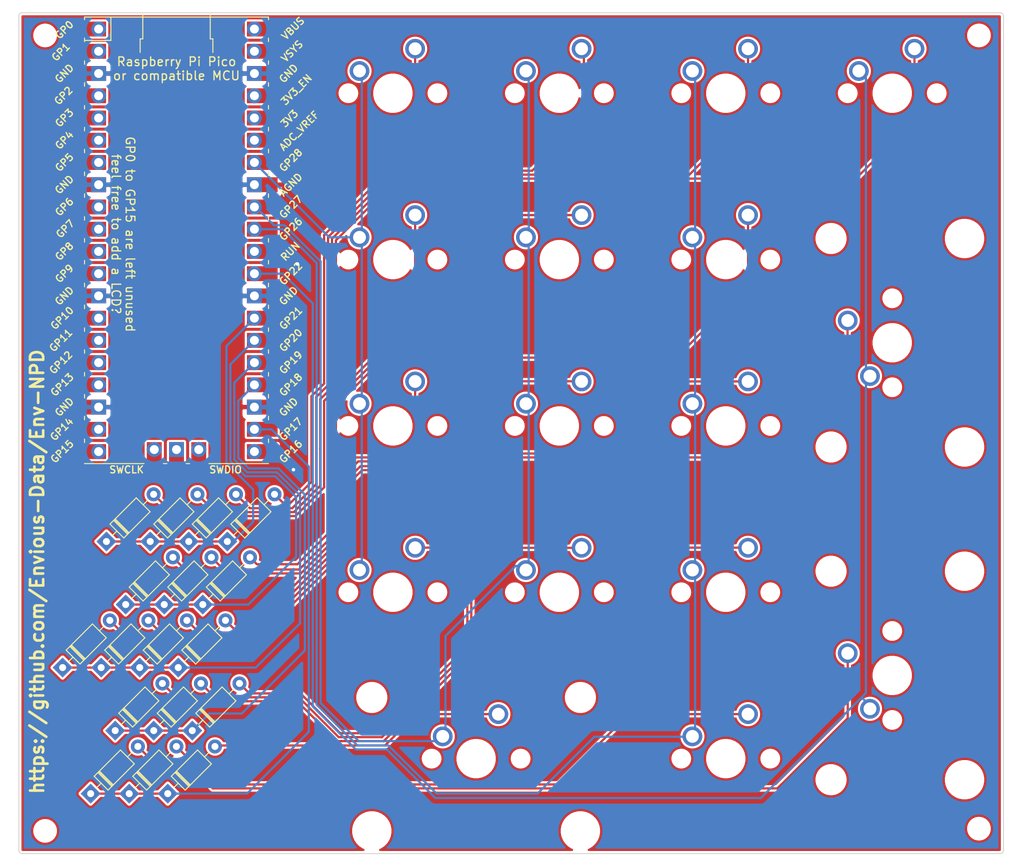
<source format=kicad_pcb>
(kicad_pcb (version 20171130) (host pcbnew "(5.1.10)-1")
  (layers (0 F.Cu signal) (31 B.Cu signal) (34 B.Paste user) (35 F.Paste user) (36 B.SilkS user) (37 F.SilkS user) (38 B.Mask user) (39 F.Mask user) (44 Edge.Cuts user))
  (net 0 "")
  (net 1 col0)
  (net 2 col1)
  (net 3 col2)
  (net 4 col3)
  (net 5 row0)
  (net 6 row1)
  (net 7 row2)
  (net 8 row3)
  (net 9 row4)
  (net 10 "Net-(D1-Pad2)")
  (net 11 "Net-(D2-Pad2)")
  (net 12 "Net-(D3-Pad2)")
  (net 13 "Net-(D4-Pad2)")
  (net 14 "Net-(D5-Pad2)")
  (net 15 "Net-(D6-Pad2)")
  (net 16 "Net-(D7-Pad2)")
  (net 17 "Net-(D8-Pad2)")
  (net 18 "Net-(D9-Pad2)")
  (net 19 "Net-(D10-Pad2)")
  (net 20 "Net-(D11-Pad2)")
  (net 21 "Net-(D12-Pad2)")
  (net 22 "Net-(D13-Pad2)")
  (net 23 "Net-(D14-Pad2)")
  (net 24 "Net-(D15-Pad2)")
  (net 25 "Net-(D16-Pad2)")
  (net 26 "Net-(D17-Pad2)")
  (net 27 "Net-(MCU1-Pad43)")
  (net 28 "Net-(MCU1-Pad42)")
  (net 29 "Net-(MCU1-Pad41)")
  (net 30 "Net-(MCU1-Pad21)")
  (net 31 "Net-(MCU1-Pad30)")
  (net 32 "Net-(MCU1-Pad35)")
  (net 33 "Net-(MCU1-Pad36)")
  (net 34 "Net-(MCU1-Pad37)")
  (net 35 "Net-(MCU1-Pad39)")
  (net 36 "Net-(MCU1-Pad40)")
  (net 37 "Net-(MCU1-Pad20)")
  (net 38 "Net-(MCU1-Pad19)")
  (net 39 "Net-(MCU1-Pad17)")
  (net 40 "Net-(MCU1-Pad16)")
  (net 41 "Net-(MCU1-Pad15)")
  (net 42 "Net-(MCU1-Pad14)")
  (net 43 "Net-(MCU1-Pad12)")
  (net 44 "Net-(MCU1-Pad11)")
  (net 45 "Net-(MCU1-Pad10)")
  (net 46 "Net-(MCU1-Pad9)")
  (net 47 "Net-(MCU1-Pad7)")
  (net 48 "Net-(MCU1-Pad6)")
  (net 49 "Net-(MCU1-Pad5)")
  (net 50 "Net-(MCU1-Pad4)")
  (net 51 "Net-(MCU1-Pad2)")
  (net 52 "Net-(MCU1-Pad1)")
  (net 53 GND)
  (module Diode_THT:D_DO-35_SOD27_P7.62mm_Horizontal (layer F.Cu) (at 77.8 119.2 45)
    (fp_text reference D4)
    (fp_text value D_Small)
    (pad 2 thru_hole oval (at 7.62 0 45) (size 1.6 1.6) (drill 0.8) (layers *.Cu *.Mask) (net 13 "Net-(D4-Pad2)"))
    (pad 1 thru_hole rect (at 0 0 45) (size 1.6 1.6) (drill 0.8) (layers *.Cu *.Mask) (net 5 row0))
  )
  (module Diode_THT:D_DO-35_SOD27_P7.62mm_Horizontal (layer F.Cu) (at 76 148 45)
    (fp_text reference D17)
    (fp_text value D_Small)
    (pad 2 thru_hole oval (at 7.62 0 45) (size 1.6 1.6) (drill 0.8) (layers *.Cu *.Mask) (net 26 "Net-(D17-Pad2)"))
    (pad 1 thru_hole rect (at 0 0 45) (size 1.6 1.6) (drill 0.8) (layers *.Cu *.Mask) (net 9 row4))
  )
  (module Diode_THT:D_DO-35_SOD27_P7.62mm_Horizontal (layer F.Cu) (at 80.4 148 45)
    (fp_text reference D16)
    (fp_text value D_Small)
    (pad 2 thru_hole oval (at 7.62 0 45) (size 1.6 1.6) (drill 0.8) (layers *.Cu *.Mask) (net 25 "Net-(D16-Pad2)"))
    (pad 1 thru_hole rect (at 0 0 45) (size 1.6 1.6) (drill 0.8) (layers *.Cu *.Mask) (net 9 row4))
  )
  (module Diode_THT:D_DO-35_SOD27_P7.62mm_Horizontal (layer F.Cu) (at 84.8 148 45)
    (fp_text reference D15)
    (fp_text value D_Small)
    (pad 2 thru_hole oval (at 7.62 0 45) (size 1.6 1.6) (drill 0.8) (layers *.Cu *.Mask) (net 24 "Net-(D15-Pad2)"))
    (pad 1 thru_hole rect (at 0 0 45) (size 1.6 1.6) (drill 0.8) (layers *.Cu *.Mask) (net 9 row4))
  )
  (module Diode_THT:D_DO-35_SOD27_P7.62mm_Horizontal (layer F.Cu) (at 78.8 140.8 45)
    (fp_text reference D14)
    (fp_text value D_Small)
    (pad 2 thru_hole oval (at 7.62 0 45) (size 1.6 1.6) (drill 0.8) (layers *.Cu *.Mask) (net 23 "Net-(D14-Pad2)"))
    (pad 1 thru_hole rect (at 0 0 45) (size 1.6 1.6) (drill 0.8) (layers *.Cu *.Mask) (net 8 row3))
  )
  (module Diode_THT:D_DO-35_SOD27_P7.62mm_Horizontal (layer F.Cu) (at 83.2 140.8 45)
    (fp_text reference D13)
    (fp_text value D_Small)
    (pad 2 thru_hole oval (at 7.62 0 45) (size 1.6 1.6) (drill 0.8) (layers *.Cu *.Mask) (net 22 "Net-(D13-Pad2)"))
    (pad 1 thru_hole rect (at 0 0 45) (size 1.6 1.6) (drill 0.8) (layers *.Cu *.Mask) (net 8 row3))
  )
  (module Diode_THT:D_DO-35_SOD27_P7.62mm_Horizontal (layer F.Cu) (at 87.6 140.8 45)
    (fp_text reference D12)
    (fp_text value D_Small)
    (pad 2 thru_hole oval (at 7.62 0 45) (size 1.6 1.6) (drill 0.8) (layers *.Cu *.Mask) (net 21 "Net-(D12-Pad2)"))
    (pad 1 thru_hole rect (at 0 0 45) (size 1.6 1.6) (drill 0.8) (layers *.Cu *.Mask) (net 8 row3))
  )
  (module Diode_THT:D_DO-35_SOD27_P7.62mm_Horizontal (layer F.Cu) (at 72.8 133.6 45)
    (fp_text reference D11)
    (fp_text value D_Small)
    (pad 2 thru_hole oval (at 7.62 0 45) (size 1.6 1.6) (drill 0.8) (layers *.Cu *.Mask) (net 20 "Net-(D11-Pad2)"))
    (pad 1 thru_hole rect (at 0 0 45) (size 1.6 1.6) (drill 0.8) (layers *.Cu *.Mask) (net 7 row2))
  )
  (module Diode_THT:D_DO-35_SOD27_P7.62mm_Horizontal (layer F.Cu) (at 77.2 133.6 45)
    (fp_text reference D10)
    (fp_text value D_Small)
    (pad 2 thru_hole oval (at 7.62 0 45) (size 1.6 1.6) (drill 0.8) (layers *.Cu *.Mask) (net 19 "Net-(D10-Pad2)"))
    (pad 1 thru_hole rect (at 0 0 45) (size 1.6 1.6) (drill 0.8) (layers *.Cu *.Mask) (net 7 row2))
  )
  (module Diode_THT:D_DO-35_SOD27_P7.62mm_Horizontal (layer F.Cu) (at 81.6 133.6 45)
    (fp_text reference D9)
    (fp_text value D_Small)
    (pad 2 thru_hole oval (at 7.62 0 45) (size 1.6 1.6) (drill 0.8) (layers *.Cu *.Mask) (net 18 "Net-(D9-Pad2)"))
    (pad 1 thru_hole rect (at 0 0 45) (size 1.6 1.6) (drill 0.8) (layers *.Cu *.Mask) (net 7 row2))
  )
  (module Diode_THT:D_DO-35_SOD27_P7.62mm_Horizontal (layer F.Cu) (at 86 133.6 45)
    (fp_text reference D8)
    (fp_text value D_Small)
    (pad 2 thru_hole oval (at 7.62 0 45) (size 1.6 1.6) (drill 0.8) (layers *.Cu *.Mask) (net 17 "Net-(D8-Pad2)"))
    (pad 1 thru_hole rect (at 0 0 45) (size 1.6 1.6) (drill 0.8) (layers *.Cu *.Mask) (net 7 row2))
  )
  (module Diode_THT:D_DO-35_SOD27_P7.62mm_Horizontal (layer F.Cu) (at 80 126.4 45)
    (fp_text reference D7)
    (fp_text value D_Small)
    (pad 2 thru_hole oval (at 7.62 0 45) (size 1.6 1.6) (drill 0.8) (layers *.Cu *.Mask) (net 16 "Net-(D7-Pad2)"))
    (pad 1 thru_hole rect (at 0 0 45) (size 1.6 1.6) (drill 0.8) (layers *.Cu *.Mask) (net 6 row1))
  )
  (module Diode_THT:D_DO-35_SOD27_P7.62mm_Horizontal (layer F.Cu) (at 84.4 126.4 45)
    (fp_text reference D6)
    (fp_text value D_Small)
    (pad 2 thru_hole oval (at 7.62 0 45) (size 1.6 1.6) (drill 0.8) (layers *.Cu *.Mask) (net 15 "Net-(D6-Pad2)"))
    (pad 1 thru_hole rect (at 0 0 45) (size 1.6 1.6) (drill 0.8) (layers *.Cu *.Mask) (net 6 row1))
  )
  (module Diode_THT:D_DO-35_SOD27_P7.62mm_Horizontal (layer F.Cu) (at 88.8 126.4 45)
    (fp_text reference D5)
    (fp_text value D_Small)
    (pad 2 thru_hole oval (at 7.62 0 45) (size 1.6 1.6) (drill 0.8) (layers *.Cu *.Mask) (net 14 "Net-(D5-Pad2)"))
    (pad 1 thru_hole rect (at 0 0 45) (size 1.6 1.6) (drill 0.8) (layers *.Cu *.Mask) (net 6 row1))
  )
  (module Diode_THT:D_DO-35_SOD27_P7.62mm_Horizontal (layer F.Cu) (at 82.8 119.2 45)
    (fp_text reference D3)
    (fp_text value D_Small)
    (pad 2 thru_hole oval (at 7.62 0 45) (size 1.6 1.6) (drill 0.8) (layers *.Cu *.Mask) (net 12 "Net-(D3-Pad2)"))
    (pad 1 thru_hole rect (at 0 0 45) (size 1.6 1.6) (drill 0.8) (layers *.Cu *.Mask) (net 5 row0))
  )
  (module Diode_THT:D_DO-35_SOD27_P7.62mm_Horizontal (layer F.Cu) (at 87.2 119.2 45)
    (fp_text reference D2)
    (fp_text value D_Small)
    (pad 2 thru_hole oval (at 7.62 0 45) (size 1.6 1.6) (drill 0.8) (layers *.Cu *.Mask) (net 11 "Net-(D2-Pad2)"))
    (pad 1 thru_hole rect (at 0 0 45) (size 1.6 1.6) (drill 0.8) (layers *.Cu *.Mask) (net 5 row0))
  )
  (module Diode_THT:D_DO-35_SOD27_P7.62mm_Horizontal (layer F.Cu) (at 91.6 119.2 45)
    (fp_text reference D1)
    (fp_text value D_Small)
    (pad 2 thru_hole oval (at 7.62 0 45) (size 1.6 1.6) (drill 0.8) (layers *.Cu *.Mask) (net 10 "Net-(D1-Pad2)"))
    (pad 1 thru_hole rect (at 0 0 45) (size 1.6 1.6) (drill 0.8) (layers *.Cu *.Mask) (net 5 row0))
  )
  (module Pico:RPi_Pico_SMD_TH (layer F.Cu) (at 85.8 84.8)
    (fp_text reference MCU1)
    (fp_text value Pico)
    (fp_text user GP1 (at -13.2 -21.5 45) (layer F.SilkS) (effects (font (size 0.8 0.8))))
    (fp_text user GP2 (at -12.9 -16.51 45) (layer F.SilkS) (effects (font (size 0.8 0.8))))
    (fp_text user GP0 (at -12.8 -24.03 45) (layer F.SilkS) (effects (font (size 0.8 0.8))))
    (fp_text user GP3 (at -12.8 -13.97 45) (layer F.SilkS) (effects (font (size 0.8 0.8))))
    (fp_text user GP4 (at -12.8 -11.43 45) (layer F.SilkS) (effects (font (size 0.8 0.8))))
    (fp_text user GP5 (at -12.8 -8.89 45) (layer F.SilkS) (effects (font (size 0.8 0.8))))
    (fp_text user GP6 (at -12.8 -3.81 45) (layer F.SilkS) (effects (font (size 0.8 0.8))))
    (fp_text user GP7 (at -12.7 -1.3 45) (layer F.SilkS) (effects (font (size 0.8 0.8))))
    (fp_text user GP8 (at -12.8 1.27 45) (layer F.SilkS) (effects (font (size 0.8 0.8))))
    (fp_text user GP9 (at -12.8 3.81 45) (layer F.SilkS) (effects (font (size 0.8 0.8))))
    (fp_text user GP10 (at -13.054 8.89 45) (layer F.SilkS) (effects (font (size 0.8 0.8))))
    (fp_text user GP11 (at -13.2 11.43 45) (layer F.SilkS) (effects (font (size 0.8 0.8))))
    (fp_text user GP12 (at -13.2 13.97 45) (layer F.SilkS) (effects (font (size 0.8 0.8))))
    (fp_text user GP13 (at -13.054 16.51 45) (layer F.SilkS) (effects (font (size 0.8 0.8))))
    (fp_text user GP14 (at -13.1 21.59 45) (layer F.SilkS) (effects (font (size 0.8 0.8))))
    (fp_text user GP15 (at -13.054 24.13 45) (layer F.SilkS) (effects (font (size 0.8 0.8))))
    (fp_text user GP16 (at 13.054 24.13 45) (layer F.SilkS) (effects (font (size 0.8 0.8))))
    (fp_text user GP17 (at 13.054 21.59 45) (layer F.SilkS) (effects (font (size 0.8 0.8))))
    (fp_text user GP18 (at 13.054 16.51 45) (layer F.SilkS) (effects (font (size 0.8 0.8))))
    (fp_text user GP19 (at 13.054 13.97 45) (layer F.SilkS) (effects (font (size 0.8 0.8))))
    (fp_text user GP20 (at 13.054 11.43 45) (layer F.SilkS) (effects (font (size 0.8 0.8))))
    (fp_text user GP21 (at 13.054 8.9 45) (layer F.SilkS) (effects (font (size 0.8 0.8))))
    (fp_text user GP22 (at 13.054 3.81 45) (layer F.SilkS) (effects (font (size 0.8 0.8))))
    (fp_text user RUN (at 13 1.27 45) (layer F.SilkS) (effects (font (size 0.8 0.8))))
    (fp_text user GP26 (at 13.054 -1.27 45) (layer F.SilkS) (effects (font (size 0.8 0.8))))
    (fp_text user GP27 (at 13.054 -3.8 45) (layer F.SilkS) (effects (font (size 0.8 0.8))))
    (fp_text user GP28 (at 13.054 -9.144 45) (layer F.SilkS) (effects (font (size 0.8 0.8))))
    (fp_text user ADC_VREF (at 14 -12.5 45) (layer F.SilkS) (effects (font (size 0.8 0.8))))
    (fp_text user 3V3 (at 12.9 -13.9 45) (layer F.SilkS) (effects (font (size 0.8 0.8))))
    (fp_text user 3V3_EN (at 13.7 -17.2 45) (layer F.SilkS) (effects (font (size 0.8 0.8))))
    (fp_text user VSYS (at 13.2 -21.59 45) (layer F.SilkS) (effects (font (size 0.8 0.8))))
    (fp_text user VBUS (at 13.3 -24.2 45) (layer F.SilkS) (effects (font (size 0.8 0.8))))
    (fp_text user GND (at -12.8 -19.05 45) (layer F.SilkS) (effects (font (size 0.8 0.8))))
    (fp_text user GND (at -12.8 -6.35 45) (layer F.SilkS) (effects (font (size 0.8 0.8))))
    (fp_text user GND (at -12.8 6.35 45) (layer F.SilkS) (effects (font (size 0.8 0.8))))
    (fp_text user GND (at -12.8 19.05 45) (layer F.SilkS) (effects (font (size 0.8 0.8))))
    (fp_text user GND (at 12.8 19.05 45) (layer F.SilkS) (effects (font (size 0.8 0.8))))
    (fp_text user GND (at 12.8 6.35 45) (layer F.SilkS) (effects (font (size 0.8 0.8))))
    (fp_text user GND (at 12.8 -19.05 45) (layer F.SilkS) (effects (font (size 0.8 0.8))))
    (fp_text user AGND (at 13.054 -6.35 45) (layer F.SilkS) (effects (font (size 0.8 0.8))))
    (fp_text user SWCLK (at -5.7 26.2) (layer F.SilkS) (effects (font (size 0.8 0.8))))
    (fp_text user SWDIO (at 5.6 26.2) (layer F.SilkS) (effects (font (size 0.8 0.8))))
    (pad 1 thru_hole oval (at -8.89 -24.13) (size 1.7 1.7) (drill 1.02) (layers *.Cu *.Mask) (net 52 "Net-(MCU1-Pad1)"))
    (pad 2 thru_hole oval (at -8.89 -21.59) (size 1.7 1.7) (drill 1.02) (layers *.Cu *.Mask) (net 51 "Net-(MCU1-Pad2)"))
    (pad 3 thru_hole rect (at -8.89 -19.05) (size 1.7 1.7) (drill 1.02) (layers *.Cu *.Mask) (net 53 GND))
    (pad 4 thru_hole oval (at -8.89 -16.51) (size 1.7 1.7) (drill 1.02) (layers *.Cu *.Mask) (net 50 "Net-(MCU1-Pad4)"))
    (pad 5 thru_hole oval (at -8.89 -13.97) (size 1.7 1.7) (drill 1.02) (layers *.Cu *.Mask) (net 49 "Net-(MCU1-Pad5)"))
    (pad 6 thru_hole oval (at -8.89 -11.43) (size 1.7 1.7) (drill 1.02) (layers *.Cu *.Mask) (net 48 "Net-(MCU1-Pad6)"))
    (pad 7 thru_hole oval (at -8.89 -8.89) (size 1.7 1.7) (drill 1.02) (layers *.Cu *.Mask) (net 47 "Net-(MCU1-Pad7)"))
    (pad 8 thru_hole rect (at -8.89 -6.35) (size 1.7 1.7) (drill 1.02) (layers *.Cu *.Mask) (net 53 GND))
    (pad 9 thru_hole oval (at -8.89 -3.81) (size 1.7 1.7) (drill 1.02) (layers *.Cu *.Mask) (net 46 "Net-(MCU1-Pad9)"))
    (pad 10 thru_hole oval (at -8.89 -1.27) (size 1.7 1.7) (drill 1.02) (layers *.Cu *.Mask) (net 45 "Net-(MCU1-Pad10)"))
    (pad 11 thru_hole oval (at -8.89 1.27) (size 1.7 1.7) (drill 1.02) (layers *.Cu *.Mask) (net 44 "Net-(MCU1-Pad11)"))
    (pad 12 thru_hole oval (at -8.89 3.81) (size 1.7 1.7) (drill 1.02) (layers *.Cu *.Mask) (net 43 "Net-(MCU1-Pad12)"))
    (pad 13 thru_hole rect (at -8.89 6.35) (size 1.7 1.7) (drill 1.02) (layers *.Cu *.Mask) (net 53 GND))
    (pad 14 thru_hole oval (at -8.89 8.89) (size 1.7 1.7) (drill 1.02) (layers *.Cu *.Mask) (net 42 "Net-(MCU1-Pad14)"))
    (pad 15 thru_hole oval (at -8.89 11.43) (size 1.7 1.7) (drill 1.02) (layers *.Cu *.Mask) (net 41 "Net-(MCU1-Pad15)"))
    (pad 16 thru_hole oval (at -8.89 13.97) (size 1.7 1.7) (drill 1.02) (layers *.Cu *.Mask) (net 40 "Net-(MCU1-Pad16)"))
    (pad 17 thru_hole oval (at -8.89 16.51) (size 1.7 1.7) (drill 1.02) (layers *.Cu *.Mask) (net 39 "Net-(MCU1-Pad17)"))
    (pad 18 thru_hole rect (at -8.89 19.05) (size 1.7 1.7) (drill 1.02) (layers *.Cu *.Mask) (net 53 GND))
    (pad 19 thru_hole oval (at -8.89 21.59) (size 1.7 1.7) (drill 1.02) (layers *.Cu *.Mask) (net 38 "Net-(MCU1-Pad19)"))
    (pad 20 thru_hole oval (at -8.89 24.13) (size 1.7 1.7) (drill 1.02) (layers *.Cu *.Mask) (net 37 "Net-(MCU1-Pad20)"))
    (pad 21 thru_hole oval (at 8.89 24.13) (size 1.7 1.7) (drill 1.02) (layers *.Cu *.Mask) (net 30 "Net-(MCU1-Pad21)"))
    (pad 22 thru_hole oval (at 8.89 21.59) (size 1.7 1.7) (drill 1.02) (layers *.Cu *.Mask) (net 9 row4))
    (pad 23 thru_hole rect (at 8.89 19.05) (size 1.7 1.7) (drill 1.02) (layers *.Cu *.Mask) (net 53 GND))
    (pad 24 thru_hole oval (at 8.89 16.51) (size 1.7 1.7) (drill 1.02) (layers *.Cu *.Mask) (net 8 row3))
    (pad 25 thru_hole oval (at 8.89 13.97) (size 1.7 1.7) (drill 1.02) (layers *.Cu *.Mask) (net 7 row2))
    (pad 26 thru_hole oval (at 8.89 11.43) (size 1.7 1.7) (drill 1.02) (layers *.Cu *.Mask) (net 6 row1))
    (pad 27 thru_hole oval (at 8.89 8.89) (size 1.7 1.7) (drill 1.02) (layers *.Cu *.Mask) (net 5 row0))
    (pad 28 thru_hole rect (at 8.89 6.35) (size 1.7 1.7) (drill 1.02) (layers *.Cu *.Mask) (net 53 GND))
    (pad 29 thru_hole oval (at 8.89 3.81) (size 1.7 1.7) (drill 1.02) (layers *.Cu *.Mask) (net 4 col3))
    (pad 30 thru_hole oval (at 8.89 1.27) (size 1.7 1.7) (drill 1.02) (layers *.Cu *.Mask) (net 31 "Net-(MCU1-Pad30)"))
    (pad 31 thru_hole oval (at 8.89 -1.27) (size 1.7 1.7) (drill 1.02) (layers *.Cu *.Mask) (net 3 col2))
    (pad 32 thru_hole oval (at 8.89 -3.81) (size 1.7 1.7) (drill 1.02) (layers *.Cu *.Mask) (net 2 col1))
    (pad 33 thru_hole rect (at 8.89 -6.35) (size 1.7 1.7) (drill 1.02) (layers *.Cu *.Mask) (net 53 GND))
    (pad 34 thru_hole oval (at 8.89 -8.89) (size 1.7 1.7) (drill 1.02) (layers *.Cu *.Mask) (net 1 col0))
    (pad 35 thru_hole oval (at 8.89 -11.43) (size 1.7 1.7) (drill 1.02) (layers *.Cu *.Mask) (net 32 "Net-(MCU1-Pad35)"))
    (pad 36 thru_hole oval (at 8.89 -13.97) (size 1.7 1.7) (drill 1.02) (layers *.Cu *.Mask) (net 33 "Net-(MCU1-Pad36)"))
    (pad 37 thru_hole oval (at 8.89 -16.51) (size 1.7 1.7) (drill 1.02) (layers *.Cu *.Mask) (net 34 "Net-(MCU1-Pad37)"))
    (pad 38 thru_hole rect (at 8.89 -19.05) (size 1.7 1.7) (drill 1.02) (layers *.Cu *.Mask) (net 53 GND))
    (pad 39 thru_hole oval (at 8.89 -21.59) (size 1.7 1.7) (drill 1.02) (layers *.Cu *.Mask) (net 35 "Net-(MCU1-Pad39)"))
    (pad 40 thru_hole oval (at 8.89 -24.13) (size 1.7 1.7) (drill 1.02) (layers *.Cu *.Mask) (net 36 "Net-(MCU1-Pad40)"))
    (pad 1 smd rect (at -8.89 -24.13) (size 3.5 1.7) (drill (offset -0.9 0)) (layers F.Cu F.Mask) (net 52 "Net-(MCU1-Pad1)"))
    (pad 2 smd rect (at -8.89 -21.59) (size 3.5 1.7) (drill (offset -0.9 0)) (layers F.Cu F.Mask) (net 51 "Net-(MCU1-Pad2)"))
    (pad 3 smd rect (at -8.89 -19.05) (size 3.5 1.7) (drill (offset -0.9 0)) (layers F.Cu F.Mask) (net 53 GND))
    (pad 4 smd rect (at -8.89 -16.51) (size 3.5 1.7) (drill (offset -0.9 0)) (layers F.Cu F.Mask) (net 50 "Net-(MCU1-Pad4)"))
    (pad 5 smd rect (at -8.89 -13.97) (size 3.5 1.7) (drill (offset -0.9 0)) (layers F.Cu F.Mask) (net 49 "Net-(MCU1-Pad5)"))
    (pad 6 smd rect (at -8.89 -11.43) (size 3.5 1.7) (drill (offset -0.9 0)) (layers F.Cu F.Mask) (net 48 "Net-(MCU1-Pad6)"))
    (pad 7 smd rect (at -8.89 -8.89) (size 3.5 1.7) (drill (offset -0.9 0)) (layers F.Cu F.Mask) (net 47 "Net-(MCU1-Pad7)"))
    (pad 8 smd rect (at -8.89 -6.35) (size 3.5 1.7) (drill (offset -0.9 0)) (layers F.Cu F.Mask) (net 53 GND))
    (pad 9 smd rect (at -8.89 -3.81) (size 3.5 1.7) (drill (offset -0.9 0)) (layers F.Cu F.Mask) (net 46 "Net-(MCU1-Pad9)"))
    (pad 10 smd rect (at -8.89 -1.27) (size 3.5 1.7) (drill (offset -0.9 0)) (layers F.Cu F.Mask) (net 45 "Net-(MCU1-Pad10)"))
    (pad 11 smd rect (at -8.89 1.27) (size 3.5 1.7) (drill (offset -0.9 0)) (layers F.Cu F.Mask) (net 44 "Net-(MCU1-Pad11)"))
    (pad 12 smd rect (at -8.89 3.81) (size 3.5 1.7) (drill (offset -0.9 0)) (layers F.Cu F.Mask) (net 43 "Net-(MCU1-Pad12)"))
    (pad 13 smd rect (at -8.89 6.35) (size 3.5 1.7) (drill (offset -0.9 0)) (layers F.Cu F.Mask) (net 53 GND))
    (pad 14 smd rect (at -8.89 8.89) (size 3.5 1.7) (drill (offset -0.9 0)) (layers F.Cu F.Mask) (net 42 "Net-(MCU1-Pad14)"))
    (pad 15 smd rect (at -8.89 11.43) (size 3.5 1.7) (drill (offset -0.9 0)) (layers F.Cu F.Mask) (net 41 "Net-(MCU1-Pad15)"))
    (pad 16 smd rect (at -8.89 13.97) (size 3.5 1.7) (drill (offset -0.9 0)) (layers F.Cu F.Mask) (net 40 "Net-(MCU1-Pad16)"))
    (pad 17 smd rect (at -8.89 16.51) (size 3.5 1.7) (drill (offset -0.9 0)) (layers F.Cu F.Mask) (net 39 "Net-(MCU1-Pad17)"))
    (pad 18 smd rect (at -8.89 19.05) (size 3.5 1.7) (drill (offset -0.9 0)) (layers F.Cu F.Mask) (net 53 GND))
    (pad 19 smd rect (at -8.89 21.59) (size 3.5 1.7) (drill (offset -0.9 0)) (layers F.Cu F.Mask) (net 38 "Net-(MCU1-Pad19)"))
    (pad 20 smd rect (at -8.89 24.13) (size 3.5 1.7) (drill (offset -0.9 0)) (layers F.Cu F.Mask) (net 37 "Net-(MCU1-Pad20)"))
    (pad 40 smd rect (at 8.89 -24.13) (size 3.5 1.7) (drill (offset 0.9 0)) (layers F.Cu F.Mask) (net 36 "Net-(MCU1-Pad40)"))
    (pad 39 smd rect (at 8.89 -21.59) (size 3.5 1.7) (drill (offset 0.9 0)) (layers F.Cu F.Mask) (net 35 "Net-(MCU1-Pad39)"))
    (pad 38 smd rect (at 8.89 -19.05) (size 3.5 1.7) (drill (offset 0.9 0)) (layers F.Cu F.Mask) (net 53 GND))
    (pad 37 smd rect (at 8.89 -16.51) (size 3.5 1.7) (drill (offset 0.9 0)) (layers F.Cu F.Mask) (net 34 "Net-(MCU1-Pad37)"))
    (pad 36 smd rect (at 8.89 -13.97) (size 3.5 1.7) (drill (offset 0.9 0)) (layers F.Cu F.Mask) (net 33 "Net-(MCU1-Pad36)"))
    (pad 35 smd rect (at 8.89 -11.43) (size 3.5 1.7) (drill (offset 0.9 0)) (layers F.Cu F.Mask) (net 32 "Net-(MCU1-Pad35)"))
    (pad 34 smd rect (at 8.89 -8.89) (size 3.5 1.7) (drill (offset 0.9 0)) (layers F.Cu F.Mask) (net 1 col0))
    (pad 33 smd rect (at 8.89 -6.35) (size 3.5 1.7) (drill (offset 0.9 0)) (layers F.Cu F.Mask) (net 53 GND))
    (pad 32 smd rect (at 8.89 -3.81) (size 3.5 1.7) (drill (offset 0.9 0)) (layers F.Cu F.Mask) (net 2 col1))
    (pad 31 smd rect (at 8.89 -1.27) (size 3.5 1.7) (drill (offset 0.9 0)) (layers F.Cu F.Mask) (net 3 col2))
    (pad 30 smd rect (at 8.89 1.27) (size 3.5 1.7) (drill (offset 0.9 0)) (layers F.Cu F.Mask) (net 31 "Net-(MCU1-Pad30)"))
    (pad 29 smd rect (at 8.89 3.81) (size 3.5 1.7) (drill (offset 0.9 0)) (layers F.Cu F.Mask) (net 4 col3))
    (pad 28 smd rect (at 8.89 6.35) (size 3.5 1.7) (drill (offset 0.9 0)) (layers F.Cu F.Mask) (net 53 GND))
    (pad 27 smd rect (at 8.89 8.89) (size 3.5 1.7) (drill (offset 0.9 0)) (layers F.Cu F.Mask) (net 5 row0))
    (pad 26 smd rect (at 8.89 11.43) (size 3.5 1.7) (drill (offset 0.9 0)) (layers F.Cu F.Mask) (net 6 row1))
    (pad 25 smd rect (at 8.89 13.97) (size 3.5 1.7) (drill (offset 0.9 0)) (layers F.Cu F.Mask) (net 7 row2))
    (pad 24 smd rect (at 8.89 16.51) (size 3.5 1.7) (drill (offset 0.9 0)) (layers F.Cu F.Mask) (net 8 row3))
    (pad 23 smd rect (at 8.89 19.05) (size 3.5 1.7) (drill (offset 0.9 0)) (layers F.Cu F.Mask) (net 53 GND))
    (pad 22 smd rect (at 8.89 21.59) (size 3.5 1.7) (drill (offset 0.9 0)) (layers F.Cu F.Mask) (net 9 row4))
    (pad 21 smd rect (at 8.89 24.13) (size 3.5 1.7) (drill (offset 0.9 0)) (layers F.Cu F.Mask) (net 30 "Net-(MCU1-Pad21)"))
    (pad 41 smd rect (at -2.54 23.9 90) (size 3.5 1.7) (drill (offset -0.9 0)) (layers F.Cu F.Mask) (net 29 "Net-(MCU1-Pad41)"))
    (pad 41 thru_hole oval (at -2.54 23.9) (size 1.7 1.7) (drill 1.02) (layers *.Cu *.Mask) (net 29 "Net-(MCU1-Pad41)"))
    (pad 42 smd rect (at 0 23.9 90) (size 3.5 1.7) (drill (offset -0.9 0)) (layers F.Cu F.Mask) (net 28 "Net-(MCU1-Pad42)"))
    (pad 42 thru_hole rect (at 0 23.9) (size 1.7 1.7) (drill 1.02) (layers *.Cu *.Mask) (net 28 "Net-(MCU1-Pad42)"))
    (pad 43 smd rect (at 2.54 23.9 90) (size 3.5 1.7) (drill (offset -0.9 0)) (layers F.Cu F.Mask) (net 27 "Net-(MCU1-Pad43)"))
    (pad 43 thru_hole oval (at 2.54 23.9) (size 1.7 1.7) (drill 1.02) (layers *.Cu *.Mask) (net 27 "Net-(MCU1-Pad43)"))
  )
  (module MountingHole:MountingHole_2.2mm_M2 (layer F.Cu) (at 70.8 152.25)
    (fp_text reference H4)
    (fp_text value MountingHole)
    (pad "" np_thru_hole circle (at 0 0) (size 2.2 2.2) (drill 2.2) (layers *.Cu *.Mask Eco1.User))
  )
  (module MountingHole:MountingHole_2.2mm_M2 (layer F.Cu) (at 70.8 61.4)
    (fp_text reference H3)
    (fp_text value MountingHole)
    (pad "" np_thru_hole circle (at 0 0) (size 2.2 2.2) (drill 2.2) (layers *.Cu *.Mask Eco1.User))
  )
  (module MountingHole:MountingHole_2.2mm_M2 (layer F.Cu) (at 177.4 152)
    (fp_text reference H2)
    (fp_text value MountingHole)
    (pad "" np_thru_hole circle (at 0 0) (size 2.2 2.2) (drill 2.2) (layers *.Cu *.Mask Eco1.User))
  )
  (module MountingHole:MountingHole_2.2mm_M2 (layer F.Cu) (at 177.4 61.4)
    (fp_text reference H1)
    (fp_text value MountingHole)
    (pad "" np_thru_hole circle (at 0 0) (size 2.2 2.2) (drill 2.2) (layers *.Cu *.Mask Eco1.User))
  )
  (module MX_Only:MXOnly-2U-NoLED (layer F.Cu) (at 120 144)
    (fp_text reference MX15)
    (fp_text value MX-NoLED)
    (pad 2 thru_hole circle (at 2.54 -5.08) (size 2.25 2.25) (drill 1.47) (layers *.Cu B.Mask) (net 24 "Net-(D15-Pad2)"))
    (pad "" np_thru_hole circle (at 0 0) (size 3.9878 3.9878) (drill 3.9878) (layers *.Cu *.Mask))
    (pad 1 thru_hole circle (at -3.81 -2.54) (size 2.25 2.25) (drill 1.47) (layers *.Cu B.Mask) (net 2 col1))
    (pad "" np_thru_hole circle (at -5.08 0 48.0996) (size 1.75 1.75) (drill 1.75) (layers *.Cu *.Mask))
    (pad "" np_thru_hole circle (at 5.08 0 48.0996) (size 1.75 1.75) (drill 1.75) (layers *.Cu *.Mask))
    (pad "" np_thru_hole circle (at -11.90625 -6.985) (size 3.048 3.048) (drill 3.048) (layers *.Cu *.Mask))
    (pad "" np_thru_hole circle (at 11.90625 -6.985) (size 3.048 3.048) (drill 3.048) (layers *.Cu *.Mask))
    (pad "" np_thru_hole circle (at -11.90625 8.255) (size 3.9878 3.9878) (drill 3.9878) (layers *.Cu *.Mask))
    (pad "" np_thru_hole circle (at 11.90625 8.255) (size 3.9878 3.9878) (drill 3.9878) (layers *.Cu *.Mask))
  )
  (module MX_Only:MXOnly-2U-NoLED (layer F.Cu) (at 167.5 134.5 90)
    (fp_text reference MX17)
    (fp_text value MX-NoLED)
    (pad 2 thru_hole circle (at 2.54 -5.08 90) (size 2.25 2.25) (drill 1.47) (layers *.Cu B.Mask) (net 26 "Net-(D17-Pad2)"))
    (pad "" np_thru_hole circle (at 0 0 90) (size 3.9878 3.9878) (drill 3.9878) (layers *.Cu *.Mask))
    (pad 1 thru_hole circle (at -3.81 -2.54 90) (size 2.25 2.25) (drill 1.47) (layers *.Cu B.Mask) (net 4 col3))
    (pad "" np_thru_hole circle (at -5.08 0 138.0996) (size 1.75 1.75) (drill 1.75) (layers *.Cu *.Mask))
    (pad "" np_thru_hole circle (at 5.08 0 138.0996) (size 1.75 1.75) (drill 1.75) (layers *.Cu *.Mask))
    (pad "" np_thru_hole circle (at -11.90625 -6.985 90) (size 3.048 3.048) (drill 3.048) (layers *.Cu *.Mask))
    (pad "" np_thru_hole circle (at 11.90625 -6.985 90) (size 3.048 3.048) (drill 3.048) (layers *.Cu *.Mask))
    (pad "" np_thru_hole circle (at -11.90625 8.255 90) (size 3.9878 3.9878) (drill 3.9878) (layers *.Cu *.Mask))
    (pad "" np_thru_hole circle (at 11.90625 8.255 90) (size 3.9878 3.9878) (drill 3.9878) (layers *.Cu *.Mask))
  )
  (module MX_Only:MXOnly-1U-NoLED (layer F.Cu) (at 148.5 144)
    (fp_text reference MX16)
    (fp_text value MX-NoLED)
    (pad 2 thru_hole circle (at 2.54 -5.08) (size 2.25 2.25) (drill 1.47) (layers *.Cu B.Mask) (net 25 "Net-(D16-Pad2)"))
    (pad "" np_thru_hole circle (at 0 0) (size 3.9878 3.9878) (drill 3.9878) (layers *.Cu *.Mask))
    (pad 1 thru_hole circle (at -3.81 -2.54) (size 2.25 2.25) (drill 1.47) (layers *.Cu B.Mask) (net 3 col2))
    (pad "" np_thru_hole circle (at -5.08 0 48.0996) (size 1.75 1.75) (drill 1.75) (layers *.Cu *.Mask))
    (pad "" np_thru_hole circle (at 5.08 0 48.0996) (size 1.75 1.75) (drill 1.75) (layers *.Cu *.Mask))
  )
  (module MX_Only:MXOnly-1U-NoLED (layer F.Cu) (at 148.5 125)
    (fp_text reference MX14)
    (fp_text value MX-NoLED)
    (pad 2 thru_hole circle (at 2.54 -5.08) (size 2.25 2.25) (drill 1.47) (layers *.Cu B.Mask) (net 23 "Net-(D14-Pad2)"))
    (pad "" np_thru_hole circle (at 0 0) (size 3.9878 3.9878) (drill 3.9878) (layers *.Cu *.Mask))
    (pad 1 thru_hole circle (at -3.81 -2.54) (size 2.25 2.25) (drill 1.47) (layers *.Cu B.Mask) (net 3 col2))
    (pad "" np_thru_hole circle (at -5.08 0 48.0996) (size 1.75 1.75) (drill 1.75) (layers *.Cu *.Mask))
    (pad "" np_thru_hole circle (at 5.08 0 48.0996) (size 1.75 1.75) (drill 1.75) (layers *.Cu *.Mask))
  )
  (module MX_Only:MXOnly-1U-NoLED (layer F.Cu) (at 129.5 125)
    (fp_text reference MX13)
    (fp_text value MX-NoLED)
    (pad 2 thru_hole circle (at 2.54 -5.08) (size 2.25 2.25) (drill 1.47) (layers *.Cu B.Mask) (net 22 "Net-(D13-Pad2)"))
    (pad "" np_thru_hole circle (at 0 0) (size 3.9878 3.9878) (drill 3.9878) (layers *.Cu *.Mask))
    (pad 1 thru_hole circle (at -3.81 -2.54) (size 2.25 2.25) (drill 1.47) (layers *.Cu B.Mask) (net 2 col1))
    (pad "" np_thru_hole circle (at -5.08 0 48.0996) (size 1.75 1.75) (drill 1.75) (layers *.Cu *.Mask))
    (pad "" np_thru_hole circle (at 5.08 0 48.0996) (size 1.75 1.75) (drill 1.75) (layers *.Cu *.Mask))
  )
  (module MX_Only:MXOnly-1U-NoLED (layer F.Cu) (at 110.5 125)
    (fp_text reference MX12)
    (fp_text value MX-NoLED)
    (pad 2 thru_hole circle (at 2.54 -5.08) (size 2.25 2.25) (drill 1.47) (layers *.Cu B.Mask) (net 21 "Net-(D12-Pad2)"))
    (pad "" np_thru_hole circle (at 0 0) (size 3.9878 3.9878) (drill 3.9878) (layers *.Cu *.Mask))
    (pad 1 thru_hole circle (at -3.81 -2.54) (size 2.25 2.25) (drill 1.47) (layers *.Cu B.Mask) (net 1 col0))
    (pad "" np_thru_hole circle (at -5.08 0 48.0996) (size 1.75 1.75) (drill 1.75) (layers *.Cu *.Mask))
    (pad "" np_thru_hole circle (at 5.08 0 48.0996) (size 1.75 1.75) (drill 1.75) (layers *.Cu *.Mask))
  )
  (module MX_Only:MXOnly-2U-NoLED (layer F.Cu) (at 167.5 96.5 90)
    (fp_text reference MX11)
    (fp_text value MX-NoLED)
    (pad 2 thru_hole circle (at 2.54 -5.08 90) (size 2.25 2.25) (drill 1.47) (layers *.Cu B.Mask) (net 20 "Net-(D11-Pad2)"))
    (pad "" np_thru_hole circle (at 0 0 90) (size 3.9878 3.9878) (drill 3.9878) (layers *.Cu *.Mask))
    (pad 1 thru_hole circle (at -3.81 -2.54 90) (size 2.25 2.25) (drill 1.47) (layers *.Cu B.Mask) (net 4 col3))
    (pad "" np_thru_hole circle (at -5.08 0 138.0996) (size 1.75 1.75) (drill 1.75) (layers *.Cu *.Mask))
    (pad "" np_thru_hole circle (at 5.08 0 138.0996) (size 1.75 1.75) (drill 1.75) (layers *.Cu *.Mask))
    (pad "" np_thru_hole circle (at -11.90625 -6.985 90) (size 3.048 3.048) (drill 3.048) (layers *.Cu *.Mask))
    (pad "" np_thru_hole circle (at 11.90625 -6.985 90) (size 3.048 3.048) (drill 3.048) (layers *.Cu *.Mask))
    (pad "" np_thru_hole circle (at -11.90625 8.255 90) (size 3.9878 3.9878) (drill 3.9878) (layers *.Cu *.Mask))
    (pad "" np_thru_hole circle (at 11.90625 8.255 90) (size 3.9878 3.9878) (drill 3.9878) (layers *.Cu *.Mask))
  )
  (module MX_Only:MXOnly-1U-NoLED (layer F.Cu) (at 148.5 106)
    (fp_text reference MX10)
    (fp_text value MX-NoLED)
    (pad 2 thru_hole circle (at 2.54 -5.08) (size 2.25 2.25) (drill 1.47) (layers *.Cu B.Mask) (net 19 "Net-(D10-Pad2)"))
    (pad "" np_thru_hole circle (at 0 0) (size 3.9878 3.9878) (drill 3.9878) (layers *.Cu *.Mask))
    (pad 1 thru_hole circle (at -3.81 -2.54) (size 2.25 2.25) (drill 1.47) (layers *.Cu B.Mask) (net 3 col2))
    (pad "" np_thru_hole circle (at -5.08 0 48.0996) (size 1.75 1.75) (drill 1.75) (layers *.Cu *.Mask))
    (pad "" np_thru_hole circle (at 5.08 0 48.0996) (size 1.75 1.75) (drill 1.75) (layers *.Cu *.Mask))
  )
  (module MX_Only:MXOnly-1U-NoLED (layer F.Cu) (at 129.5 106)
    (fp_text reference MX9)
    (fp_text value MX-NoLED)
    (pad 2 thru_hole circle (at 2.54 -5.08) (size 2.25 2.25) (drill 1.47) (layers *.Cu B.Mask) (net 18 "Net-(D9-Pad2)"))
    (pad "" np_thru_hole circle (at 0 0) (size 3.9878 3.9878) (drill 3.9878) (layers *.Cu *.Mask))
    (pad 1 thru_hole circle (at -3.81 -2.54) (size 2.25 2.25) (drill 1.47) (layers *.Cu B.Mask) (net 2 col1))
    (pad "" np_thru_hole circle (at -5.08 0 48.0996) (size 1.75 1.75) (drill 1.75) (layers *.Cu *.Mask))
    (pad "" np_thru_hole circle (at 5.08 0 48.0996) (size 1.75 1.75) (drill 1.75) (layers *.Cu *.Mask))
  )
  (module MX_Only:MXOnly-1U-NoLED (layer F.Cu) (at 110.5 106)
    (fp_text reference MX8)
    (fp_text value MX-NoLED)
    (pad 2 thru_hole circle (at 2.54 -5.08) (size 2.25 2.25) (drill 1.47) (layers *.Cu B.Mask) (net 17 "Net-(D8-Pad2)"))
    (pad "" np_thru_hole circle (at 0 0) (size 3.9878 3.9878) (drill 3.9878) (layers *.Cu *.Mask))
    (pad 1 thru_hole circle (at -3.81 -2.54) (size 2.25 2.25) (drill 1.47) (layers *.Cu B.Mask) (net 1 col0))
    (pad "" np_thru_hole circle (at -5.08 0 48.0996) (size 1.75 1.75) (drill 1.75) (layers *.Cu *.Mask))
    (pad "" np_thru_hole circle (at 5.08 0 48.0996) (size 1.75 1.75) (drill 1.75) (layers *.Cu *.Mask))
  )
  (module MX_Only:MXOnly-1U-NoLED (layer F.Cu) (at 148.5 87)
    (fp_text reference MX7)
    (fp_text value MX-NoLED)
    (pad 2 thru_hole circle (at 2.54 -5.08) (size 2.25 2.25) (drill 1.47) (layers *.Cu B.Mask) (net 16 "Net-(D7-Pad2)"))
    (pad "" np_thru_hole circle (at 0 0) (size 3.9878 3.9878) (drill 3.9878) (layers *.Cu *.Mask))
    (pad 1 thru_hole circle (at -3.81 -2.54) (size 2.25 2.25) (drill 1.47) (layers *.Cu B.Mask) (net 3 col2))
    (pad "" np_thru_hole circle (at -5.08 0 48.0996) (size 1.75 1.75) (drill 1.75) (layers *.Cu *.Mask))
    (pad "" np_thru_hole circle (at 5.08 0 48.0996) (size 1.75 1.75) (drill 1.75) (layers *.Cu *.Mask))
  )
  (module MX_Only:MXOnly-1U-NoLED (layer F.Cu) (at 129.5 87)
    (fp_text reference MX6)
    (fp_text value MX-NoLED)
    (pad 2 thru_hole circle (at 2.54 -5.08) (size 2.25 2.25) (drill 1.47) (layers *.Cu B.Mask) (net 15 "Net-(D6-Pad2)"))
    (pad "" np_thru_hole circle (at 0 0) (size 3.9878 3.9878) (drill 3.9878) (layers *.Cu *.Mask))
    (pad 1 thru_hole circle (at -3.81 -2.54) (size 2.25 2.25) (drill 1.47) (layers *.Cu B.Mask) (net 2 col1))
    (pad "" np_thru_hole circle (at -5.08 0 48.0996) (size 1.75 1.75) (drill 1.75) (layers *.Cu *.Mask))
    (pad "" np_thru_hole circle (at 5.08 0 48.0996) (size 1.75 1.75) (drill 1.75) (layers *.Cu *.Mask))
  )
  (module MX_Only:MXOnly-1U-NoLED (layer F.Cu) (at 110.5 87)
    (fp_text reference MX5)
    (fp_text value MX-NoLED)
    (pad 2 thru_hole circle (at 2.54 -5.08) (size 2.25 2.25) (drill 1.47) (layers *.Cu B.Mask) (net 14 "Net-(D5-Pad2)"))
    (pad "" np_thru_hole circle (at 0 0) (size 3.9878 3.9878) (drill 3.9878) (layers *.Cu *.Mask))
    (pad 1 thru_hole circle (at -3.81 -2.54) (size 2.25 2.25) (drill 1.47) (layers *.Cu B.Mask) (net 1 col0))
    (pad "" np_thru_hole circle (at -5.08 0 48.0996) (size 1.75 1.75) (drill 1.75) (layers *.Cu *.Mask))
    (pad "" np_thru_hole circle (at 5.08 0 48.0996) (size 1.75 1.75) (drill 1.75) (layers *.Cu *.Mask))
  )
  (module MX_Only:MXOnly-1U-NoLED (layer F.Cu) (at 167.5 68)
    (fp_text reference MX4)
    (fp_text value MX-NoLED)
    (pad 2 thru_hole circle (at 2.54 -5.08) (size 2.25 2.25) (drill 1.47) (layers *.Cu B.Mask) (net 13 "Net-(D4-Pad2)"))
    (pad "" np_thru_hole circle (at 0 0) (size 3.9878 3.9878) (drill 3.9878) (layers *.Cu *.Mask))
    (pad 1 thru_hole circle (at -3.81 -2.54) (size 2.25 2.25) (drill 1.47) (layers *.Cu B.Mask) (net 4 col3))
    (pad "" np_thru_hole circle (at -5.08 0 48.0996) (size 1.75 1.75) (drill 1.75) (layers *.Cu *.Mask))
    (pad "" np_thru_hole circle (at 5.08 0 48.0996) (size 1.75 1.75) (drill 1.75) (layers *.Cu *.Mask))
  )
  (module MX_Only:MXOnly-1U-NoLED (layer F.Cu) (at 148.5 68)
    (fp_text reference MX3)
    (fp_text value MX-NoLED)
    (pad 2 thru_hole circle (at 2.54 -5.08) (size 2.25 2.25) (drill 1.47) (layers *.Cu B.Mask) (net 12 "Net-(D3-Pad2)"))
    (pad "" np_thru_hole circle (at 0 0) (size 3.9878 3.9878) (drill 3.9878) (layers *.Cu *.Mask))
    (pad 1 thru_hole circle (at -3.81 -2.54) (size 2.25 2.25) (drill 1.47) (layers *.Cu B.Mask) (net 3 col2))
    (pad "" np_thru_hole circle (at -5.08 0 48.0996) (size 1.75 1.75) (drill 1.75) (layers *.Cu *.Mask))
    (pad "" np_thru_hole circle (at 5.08 0 48.0996) (size 1.75 1.75) (drill 1.75) (layers *.Cu *.Mask))
  )
  (module MX_Only:MXOnly-1U-NoLED (layer F.Cu) (at 129.5 68)
    (fp_text reference MX2)
    (fp_text value MX-NoLED)
    (pad 2 thru_hole circle (at 2.54 -5.08) (size 2.25 2.25) (drill 1.47) (layers *.Cu B.Mask) (net 11 "Net-(D2-Pad2)"))
    (pad "" np_thru_hole circle (at 0 0) (size 3.9878 3.9878) (drill 3.9878) (layers *.Cu *.Mask))
    (pad 1 thru_hole circle (at -3.81 -2.54) (size 2.25 2.25) (drill 1.47) (layers *.Cu B.Mask) (net 2 col1))
    (pad "" np_thru_hole circle (at -5.08 0 48.0996) (size 1.75 1.75) (drill 1.75) (layers *.Cu *.Mask))
    (pad "" np_thru_hole circle (at 5.08 0 48.0996) (size 1.75 1.75) (drill 1.75) (layers *.Cu *.Mask))
  )
  (module MX_Only:MXOnly-1U-NoLED (layer F.Cu) (at 110.5 68)
    (fp_text reference MX1)
    (fp_text value MX-NoLED)
    (pad 2 thru_hole circle (at 2.54 -5.08) (size 2.25 2.25) (drill 1.47) (layers *.Cu B.Mask) (net 10 "Net-(D1-Pad2)"))
    (pad "" np_thru_hole circle (at 0 0) (size 3.9878 3.9878) (drill 3.9878) (layers *.Cu *.Mask))
    (pad 1 thru_hole circle (at -3.81 -2.54) (size 2.25 2.25) (drill 1.47) (layers *.Cu B.Mask) (net 1 col0))
    (pad "" np_thru_hole circle (at -5.08 0 48.0996) (size 1.75 1.75) (drill 1.75) (layers *.Cu *.Mask))
    (pad "" np_thru_hole circle (at 5.08 0 48.0996) (size 1.75 1.75) (drill 1.75) (layers *.Cu *.Mask))
  )
  (gr_text "GP0 to GP15 are left unused\nfeel free to add a LCD?" (at 79.7 84.1 -90) (layer F.SilkS) (effects (font (size 1 1))))
  (gr_text "Raspberry Pi Pico\nor compatible MCU" (at 85.8 65.2) (layer F.SilkS) (effects (font (size 1 1))))
  (gr_arc (start 68.2 154.45) (end 67.8 154.45) (angle -90) (layer Edge.Cuts) (width 0.1))
  (gr_arc (start 179.8 154.45) (end 179.8 154.85) (angle -90) (layer Edge.Cuts) (width 0.1))
  (gr_arc (start 179.8 59.2) (end 180.2 59.2) (angle -90) (layer Edge.Cuts) (width 0.1))
  (gr_arc (start 68.2 59.2) (end 68.2 58.8) (angle -90) (layer Edge.Cuts) (width 0.1))
  (gr_line (start 67.8 154.45) (end 67.8 59.2) (layer Edge.Cuts) (width 0.1))
  (gr_line (start 179.8 154.85) (end 68.2 154.85) (layer Edge.Cuts) (width 0.1))
  (gr_line (start 180.2 59.2) (end 180.2 154.45) (layer Edge.Cuts) (width 0.1))
  (gr_line (start 68.2 58.8) (end 179.8 58.8) (layer Edge.Cuts) (width 0.1))
  (gr_text https://github.com/Envious-Data/Env-NPD (at 69.9 148.2 90) (layer F.SilkS) (effects (font (size 1.5 1.5) (thickness 0.3)) (justify left)))
  (segment (start 106.95 65.65) (end 106.69 65.39) (width 0.25) (layer B.Cu) (net 1))
  (segment (start 106.69 122.46) (end 106.95 122.2) (width 0.25) (layer B.Cu) (net 1))
  (segment (start 106.69 83.86) (end 106.95 83.6) (width 0.25) (layer B.Cu) (net 1))
  (segment (start 106.69 84.46) (end 106.69 83.86) (width 0.25) (layer B.Cu) (net 1))
  (segment (start 106.95 83.6) (end 106.95 65.65) (width 0.25) (layer B.Cu) (net 1))
  (segment (start 106.69 122.21) (end 106.95 121.95) (width 0.25) (layer B.Cu) (net 1))
  (segment (start 106.69 122.46) (end 106.69 122.21) (width 0.25) (layer B.Cu) (net 1))
  (segment (start 106.95 122.2) (end 106.95 121.95) (width 0.25) (layer B.Cu) (net 1))
  (segment (start 106.79 103.46) (end 106.95 103.3) (width 0.25) (layer B.Cu) (net 1))
  (segment (start 106.69 103.46) (end 106.79 103.46) (width 0.25) (layer B.Cu) (net 1))
  (segment (start 106.95 103.3) (end 106.95 83.6) (width 0.25) (layer B.Cu) (net 1))
  (segment (start 106.95 121.95) (end 106.95 103.3) (width 0.25) (layer B.Cu) (net 1))
  (segment (start 98.75 79.97) (end 94.69 75.91) (width 0.25) (layer B.Cu) (net 1))
  (segment (start 103.24 84.46) (end 98.75 79.97) (width 0.25) (layer B.Cu) (net 1))
  (segment (start 106.69 84.46) (end 103.24 84.46) (width 0.25) (layer B.Cu) (net 1))
  (segment (start 125.69 65.46) (end 126 65.77) (width 0.25) (layer B.Cu) (net 2))
  (segment (start 125.69 121.86) (end 126 121.55) (width 0.25) (layer B.Cu) (net 2))
  (segment (start 125.69 122.46) (end 125.69 121.86) (width 0.25) (layer B.Cu) (net 2))
  (segment (start 125.69 103.46) (end 125.69 102.76) (width 0.25) (layer B.Cu) (net 2))
  (segment (start 125.69 102.76) (end 126 102.45) (width 0.25) (layer B.Cu) (net 2))
  (segment (start 126 102.45) (end 126 121.55) (width 0.25) (layer B.Cu) (net 2))
  (segment (start 125.69 83.71) (end 126 83.4) (width 0.25) (layer B.Cu) (net 2))
  (segment (start 125.69 84.46) (end 125.69 83.71) (width 0.25) (layer B.Cu) (net 2))
  (segment (start 126 83.4) (end 126 102.45) (width 0.25) (layer B.Cu) (net 2))
  (segment (start 126 65.77) (end 126 83.4) (width 0.25) (layer B.Cu) (net 2))
  (segment (start 94.84 80.99) (end 94.69 80.99) (width 0.25) (layer B.Cu) (net 2))
  (segment (start 96.92999 83.07999) (end 94.84 80.99) (width 0.25) (layer B.Cu) (net 2))
  (segment (start 102.25 137.65) (end 102.25 87.21359) (width 0.25) (layer B.Cu) (net 2))
  (segment (start 106.6 142) (end 102.25 137.65) (width 0.25) (layer B.Cu) (net 2))
  (segment (start 98.1164 83.07999) (end 96.92999 83.07999) (width 0.25) (layer B.Cu) (net 2))
  (segment (start 116.5 141) (end 115.5 142) (width 0.25) (layer B.Cu) (net 2))
  (segment (start 116.5 130) (end 116.5 141) (width 0.25) (layer B.Cu) (net 2))
  (segment (start 115.5 142) (end 106.6 142) (width 0.25) (layer B.Cu) (net 2))
  (segment (start 124.5 122) (end 116.5 130) (width 0.25) (layer B.Cu) (net 2))
  (segment (start 102.25 87.21359) (end 98.1164 83.07999) (width 0.25) (layer B.Cu) (net 2))
  (segment (start 126 122) (end 124.5 122) (width 0.25) (layer B.Cu) (net 2))
  (segment (start 126 121.55) (end 126 122) (width 0.25) (layer B.Cu) (net 2))
  (segment (start 144.69 65.46) (end 145 65.77) (width 0.25) (layer B.Cu) (net 3))
  (segment (start 145 65.77) (end 145 67) (width 0.25) (layer B.Cu) (net 3))
  (segment (start 145 66.05) (end 145 67) (width 0.25) (layer B.Cu) (net 3))
  (segment (start 144.69 65.74) (end 145 66.05) (width 0.25) (layer B.Cu) (net 3))
  (segment (start 144.69 65.46) (end 144.69 65.74) (width 0.25) (layer B.Cu) (net 3))
  (segment (start 144.74 84.46) (end 145 84.2) (width 0.25) (layer B.Cu) (net 3))
  (segment (start 144.69 84.46) (end 144.74 84.46) (width 0.25) (layer B.Cu) (net 3))
  (segment (start 145 67) (end 145 84.2) (width 0.25) (layer B.Cu) (net 3))
  (segment (start 144.69 103.36) (end 145 103.05) (width 0.25) (layer B.Cu) (net 3))
  (segment (start 144.69 103.46) (end 144.69 103.36) (width 0.25) (layer B.Cu) (net 3))
  (segment (start 145 84.2) (end 145 103.05) (width 0.25) (layer B.Cu) (net 3))
  (segment (start 144.86 122.46) (end 145 122.6) (width 0.25) (layer B.Cu) (net 3))
  (segment (start 144.69 122.46) (end 144.86 122.46) (width 0.25) (layer B.Cu) (net 3))
  (segment (start 145 103.05) (end 145 122.6) (width 0.25) (layer B.Cu) (net 3))
  (segment (start 145 122.6) (end 145 141.5) (width 0.25) (layer B.Cu) (net 3))
  (segment (start 145 141.5) (end 133.5 141.5) (width 0.25) (layer B.Cu) (net 3))
  (segment (start 133.5 141.5) (end 127 148) (width 0.25) (layer B.Cu) (net 3))
  (segment (start 115.5 148) (end 110 142.5) (width 0.25) (layer B.Cu) (net 3))
  (segment (start 110 142.5) (end 106.45 142.5) (width 0.25) (layer B.Cu) (net 3))
  (segment (start 106.45 142.5) (end 104 140.05) (width 0.25) (layer B.Cu) (net 3))
  (segment (start 104 140.05) (end 104 140.03641) (width 0.25) (layer B.Cu) (net 3))
  (segment (start 104 140.03641) (end 101.8 137.83641) (width 0.25) (layer B.Cu) (net 3))
  (segment (start 127 148) (end 115.5 148) (width 0.25) (layer B.Cu) (net 3))
  (segment (start 101.8 137.83641) (end 101.8 87.4) (width 0.25) (layer B.Cu) (net 3))
  (segment (start 97.93 83.53) (end 94.69 83.53) (width 0.25) (layer B.Cu) (net 3))
  (segment (start 101.8 87.4) (end 97.93 83.53) (width 0.25) (layer B.Cu) (net 3))
  (segment (start 164.96 137.96) (end 164 137) (width 0.25) (layer B.Cu) (net 4))
  (segment (start 164.96 138.31) (end 164.96 137.96) (width 0.25) (layer B.Cu) (net 4))
  (segment (start 164.5 136.5) (end 164 137) (width 0.25) (layer B.Cu) (net 4))
  (segment (start 163.69 65.46) (end 164.5 66.27) (width 0.25) (layer B.Cu) (net 4))
  (segment (start 164.59 100.31) (end 164.5 100.4) (width 0.25) (layer B.Cu) (net 4))
  (segment (start 164.96 100.31) (end 164.59 100.31) (width 0.25) (layer B.Cu) (net 4))
  (segment (start 164.5 100.4) (end 164.5 136.5) (width 0.25) (layer B.Cu) (net 4))
  (segment (start 164.5 66.27) (end 164.5 100.4) (width 0.25) (layer B.Cu) (net 4))
  (segment (start 109.8 142.95) (end 106.26359 142.95) (width 0.25) (layer B.Cu) (net 4))
  (segment (start 115.35 148.5) (end 109.8 142.95) (width 0.25) (layer B.Cu) (net 4))
  (segment (start 106.26359 142.95) (end 101.35 138.03641) (width 0.25) (layer B.Cu) (net 4))
  (segment (start 152.5 148.5) (end 115.35 148.5) (width 0.25) (layer B.Cu) (net 4))
  (segment (start 164 137) (end 152.5 148.5) (width 0.25) (layer B.Cu) (net 4))
  (segment (start 101.35 138.03641) (end 101.35 92) (width 0.25) (layer B.Cu) (net 4))
  (segment (start 97.96 88.61) (end 94.69 88.61) (width 0.25) (layer B.Cu) (net 4))
  (segment (start 101.35 92) (end 97.96 88.61) (width 0.25) (layer B.Cu) (net 4))
  (segment (start 91.6 119.2) (end 77.8 119.2) (width 0.25) (layer F.Cu) (net 5))
  (segment (start 92.3 119.2) (end 91.6 119.2) (width 0.25) (layer B.Cu) (net 5))
  (segment (start 94.55 116.95) (end 92.3 119.2) (width 0.25) (layer B.Cu) (net 5))
  (segment (start 94.55 113.25923) (end 94.55 116.95) (width 0.25) (layer B.Cu) (net 5))
  (segment (start 91.499971 110.209201) (end 94.55 113.25923) (width 0.25) (layer B.Cu) (net 5))
  (segment (start 91.49997 96.88003) (end 91.499971 110.209201) (width 0.25) (layer B.Cu) (net 5))
  (segment (start 94.69 93.69) (end 91.49997 96.88003) (width 0.25) (layer B.Cu) (net 5))
  (segment (start 80 126.4) (end 88.8 126.4) (width 0.25) (layer F.Cu) (net 6))
  (segment (start 88.8 126.4) (end 93.99999 126.4) (width 0.25) (layer B.Cu) (net 6))
  (segment (start 93.99999 126.4) (end 99.45 120.94999) (width 0.25) (layer B.Cu) (net 6))
  (segment (start 99.45 120.94999) (end 99.45 114.12282) (width 0.25) (layer B.Cu) (net 6))
  (segment (start 99.45 114.12282) (end 97.077199 111.750019) (width 0.25) (layer B.Cu) (net 6))
  (segment (start 97.077199 111.750019) (end 93.677198 111.750018) (width 0.25) (layer B.Cu) (net 6))
  (segment (start 93.677198 111.750018) (end 91.94998 110.0228) (width 0.25) (layer B.Cu) (net 6))
  (segment (start 91.94998 98.97002) (end 94.69 96.23) (width 0.25) (layer B.Cu) (net 6))
  (segment (start 91.94998 110.0228) (end 91.94998 98.97002) (width 0.25) (layer B.Cu) (net 6))
  (segment (start 72.8 133.6) (end 86 133.6) (width 0.25) (layer F.Cu) (net 7))
  (segment (start 86 133.6) (end 94.84997 133.6) (width 0.25) (layer B.Cu) (net 7))
  (segment (start 94.84997 133.6) (end 99.9 128.54997) (width 0.25) (layer B.Cu) (net 7))
  (segment (start 99.9 128.54997) (end 99.9 113.93641) (width 0.25) (layer B.Cu) (net 7))
  (segment (start 93.863599 111.300009) (end 92.39999 109.8364) (width 0.25) (layer B.Cu) (net 7))
  (segment (start 97.2636 111.30001) (end 93.863599 111.300009) (width 0.25) (layer B.Cu) (net 7))
  (segment (start 99.9 113.93641) (end 97.2636 111.30001) (width 0.25) (layer B.Cu) (net 7))
  (segment (start 92.39999 101.06001) (end 94.69 98.77) (width 0.25) (layer B.Cu) (net 7))
  (segment (start 92.39999 109.8364) (end 92.39999 101.06001) (width 0.25) (layer B.Cu) (net 7))
  (segment (start 78.8 140.8) (end 87.6 140.8) (width 0.25) (layer F.Cu) (net 8))
  (segment (start 87.6 140.8) (end 89.55 138.85) (width 0.25) (layer B.Cu) (net 8))
  (segment (start 89.55 138.85) (end 93.25 138.85) (width 0.25) (layer B.Cu) (net 8))
  (segment (start 93.25 138.85) (end 100.44998 131.65002) (width 0.25) (layer B.Cu) (net 8))
  (segment (start 100.44998 131.65002) (end 100.44998 113.84998) (width 0.25) (layer B.Cu) (net 8))
  (segment (start 100.44998 113.84998) (end 97.45 110.85) (width 0.25) (layer B.Cu) (net 8))
  (segment (start 97.45 110.85) (end 94.05 110.85) (width 0.25) (layer B.Cu) (net 8))
  (segment (start 94.05 110.85) (end 92.85 109.65) (width 0.25) (layer B.Cu) (net 8))
  (segment (start 92.85 103.15) (end 94.69 101.31) (width 0.25) (layer B.Cu) (net 8))
  (segment (start 92.85 109.65) (end 92.85 103.15) (width 0.25) (layer B.Cu) (net 8))
  (segment (start 84.8 148) (end 76 148) (width 0.25) (layer F.Cu) (net 9))
  (segment (start 84.8 148) (end 93.85 148) (width 0.25) (layer B.Cu) (net 9))
  (segment (start 93.85 148) (end 100.89999 140.95001) (width 0.25) (layer B.Cu) (net 9))
  (segment (start 100.89999 140.95001) (end 100.89999 110.64999) (width 0.25) (layer B.Cu) (net 9))
  (segment (start 96.64 106.39) (end 94.69 106.39) (width 0.25) (layer B.Cu) (net 9))
  (segment (start 100.89999 110.64999) (end 96.64 106.39) (width 0.25) (layer B.Cu) (net 9))
  (segment (start 98.126308 114.95) (end 96.988154 113.811846) (width 0.25) (layer F.Cu) (net 10))
  (segment (start 113.04 62.92) (end 113.04 64.69) (width 0.25) (layer F.Cu) (net 10))
  (segment (start 113.45 65.1) (end 113.45 74.4) (width 0.25) (layer F.Cu) (net 10))
  (segment (start 113.04 64.69) (end 113.45 65.1) (width 0.25) (layer F.Cu) (net 10))
  (segment (start 102.65 84.23859) (end 102.64999 84.2386) (width 0.25) (layer F.Cu) (net 10))
  (segment (start 113.45 74.4) (end 111.45001 76.39999) (width 0.25) (layer F.Cu) (net 10))
  (segment (start 102.65 84.2) (end 102.65 84.23859) (width 0.25) (layer F.Cu) (net 10))
  (segment (start 102.64999 101.1636) (end 101.2 102.61359) (width 0.25) (layer F.Cu) (net 10))
  (segment (start 111.45001 76.39999) (end 110.45001 76.39999) (width 0.25) (layer F.Cu) (net 10))
  (segment (start 110.45001 76.39999) (end 102.65 84.2) (width 0.25) (layer F.Cu) (net 10))
  (segment (start 101.2 102.61359) (end 101.2 112.4) (width 0.25) (layer F.Cu) (net 10))
  (segment (start 98.65 114.95) (end 98.126308 114.95) (width 0.25) (layer F.Cu) (net 10))
  (segment (start 102.64999 84.2386) (end 102.64999 101.1636) (width 0.25) (layer F.Cu) (net 10))
  (segment (start 101.2 112.4) (end 98.65 114.95) (width 0.25) (layer F.Cu) (net 10))
  (segment (start 94.176308 115.4) (end 92.588154 113.811846) (width 0.25) (layer F.Cu) (net 11))
  (segment (start 101.74995 112.65005) (end 99 115.4) (width 0.25) (layer F.Cu) (net 11))
  (segment (start 103.1 101.35) (end 101.74995 102.70005) (width 0.25) (layer F.Cu) (net 11))
  (segment (start 99 115.4) (end 94.176308 115.4) (width 0.25) (layer F.Cu) (net 11))
  (segment (start 101.74995 102.70005) (end 101.74995 112.65005) (width 0.25) (layer F.Cu) (net 11))
  (segment (start 103.1 84.425) (end 103.1 101.35) (width 0.25) (layer F.Cu) (net 11))
  (segment (start 110.675 76.85) (end 103.1 84.425) (width 0.25) (layer F.Cu) (net 11))
  (segment (start 132.3 70.95) (end 126.4 76.85) (width 0.25) (layer F.Cu) (net 11))
  (segment (start 132.3 63.18) (end 132.3 70.95) (width 0.25) (layer F.Cu) (net 11))
  (segment (start 126.4 76.85) (end 110.675 76.85) (width 0.25) (layer F.Cu) (net 11))
  (segment (start 132.04 62.92) (end 132.3 63.18) (width 0.25) (layer F.Cu) (net 11))
  (segment (start 90.226318 115.85001) (end 88.188154 113.811846) (width 0.25) (layer F.Cu) (net 12))
  (segment (start 99.1864 115.85001) (end 90.226318 115.85001) (width 0.25) (layer F.Cu) (net 12))
  (segment (start 151.04 62.92) (end 151.04 65.59) (width 0.25) (layer F.Cu) (net 12))
  (segment (start 103.55 101.6) (end 102.19996 102.95004) (width 0.25) (layer F.Cu) (net 12))
  (segment (start 151.04 65.59) (end 151.7 66.25) (width 0.25) (layer F.Cu) (net 12))
  (segment (start 151.7 66.25) (end 151.7 69.95) (width 0.25) (layer F.Cu) (net 12))
  (segment (start 151.7 69.95) (end 144.35 77.3) (width 0.25) (layer F.Cu) (net 12))
  (segment (start 144.35 77.3) (end 110.863589 77.300001) (width 0.25) (layer F.Cu) (net 12))
  (segment (start 110.863589 77.300001) (end 103.55 84.61359) (width 0.25) (layer F.Cu) (net 12))
  (segment (start 103.55 84.61359) (end 103.55 101.6) (width 0.25) (layer F.Cu) (net 12))
  (segment (start 102.19996 102.95004) (end 102.19996 108.59996) (width 0.25) (layer F.Cu) (net 12))
  (segment (start 102.19996 108.59996) (end 102.2 108.6) (width 0.25) (layer F.Cu) (net 12))
  (segment (start 102.2 108.6) (end 102.19996 108.60004) (width 0.25) (layer F.Cu) (net 12))
  (segment (start 102.19996 108.60004) (end 102.19996 112.83645) (width 0.25) (layer F.Cu) (net 12))
  (segment (start 102.19996 112.83645) (end 99.1864 115.85001) (width 0.25) (layer F.Cu) (net 12))
  (segment (start 170.04 62.92) (end 170.04 65.49) (width 0.25) (layer F.Cu) (net 13))
  (segment (start 170.04 65.49) (end 170.75 66.2) (width 0.25) (layer F.Cu) (net 13))
  (segment (start 170.75 66.2) (end 170.75 68.181974) (width 0.25) (layer F.Cu) (net 13))
  (segment (start 170.75 68.181974) (end 170.75 70.35) (width 0.25) (layer F.Cu) (net 13))
  (segment (start 170.75 70.35) (end 163.34999 77.75001) (width 0.25) (layer F.Cu) (net 13))
  (segment (start 163.34999 77.75001) (end 112.19999 77.75001) (width 0.25) (layer F.Cu) (net 13))
  (segment (start 112.19999 77.75001) (end 111.95001 77.75001) (width 0.25) (layer F.Cu) (net 13))
  (segment (start 102.650009 113.022812) (end 99.3728 116.300021) (width 0.25) (layer F.Cu) (net 13))
  (segment (start 104.000011 101.7864) (end 102.650009 103.136402) (width 0.25) (layer F.Cu) (net 13))
  (segment (start 99.3728 116.300021) (end 85.676328 116.30002) (width 0.25) (layer F.Cu) (net 13))
  (segment (start 102.650009 103.136402) (end 102.650009 113.022812) (width 0.25) (layer F.Cu) (net 13))
  (segment (start 85.676328 116.30002) (end 83.188154 113.811846) (width 0.25) (layer F.Cu) (net 13))
  (segment (start 112.19999 77.75001) (end 111.04999 77.75001) (width 0.25) (layer F.Cu) (net 13))
  (segment (start 111.04999 77.75001) (end 104.000011 84.799989) (width 0.25) (layer F.Cu) (net 13))
  (segment (start 104.000011 84.799989) (end 104.000011 101.7864) (width 0.25) (layer F.Cu) (net 13))
  (segment (start 103.10002 118.29998) (end 99.6 121.8) (width 0.25) (layer F.Cu) (net 14))
  (segment (start 94.976308 121.8) (end 94.188154 121.011846) (width 0.25) (layer F.Cu) (net 14))
  (segment (start 99.6 121.8) (end 94.976308 121.8) (width 0.25) (layer F.Cu) (net 14))
  (segment (start 103.10002 103.32716) (end 103.10002 118.29998) (width 0.25) (layer F.Cu) (net 14))
  (segment (start 113.04 93.38718) (end 103.10002 103.32716) (width 0.25) (layer F.Cu) (net 14))
  (segment (start 113.04 81.92) (end 113.04 93.38718) (width 0.25) (layer F.Cu) (net 14))
  (segment (start 103.550031 103.513559) (end 103.550031 118.649969) (width 0.25) (layer F.Cu) (net 15))
  (segment (start 125.14359 81.92) (end 103.550031 103.513559) (width 0.25) (layer F.Cu) (net 15))
  (segment (start 91.176308 122.4) (end 89.788154 121.011846) (width 0.25) (layer F.Cu) (net 15))
  (segment (start 103.550031 118.649969) (end 99.8 122.4) (width 0.25) (layer F.Cu) (net 15))
  (segment (start 99.8 122.4) (end 91.176308 122.4) (width 0.25) (layer F.Cu) (net 15))
  (segment (start 132.04 81.92) (end 125.14359 81.92) (width 0.25) (layer F.Cu) (net 15))
  (segment (start 87.226319 122.850011) (end 99.9864 122.850011) (width 0.25) (layer F.Cu) (net 16))
  (segment (start 104.000042 118.836369) (end 104.000042 103.699958) (width 0.25) (layer F.Cu) (net 16))
  (segment (start 104.000042 103.699958) (end 109.499978 98.200022) (width 0.25) (layer F.Cu) (net 16))
  (segment (start 109.499978 98.200022) (end 142.849978 98.200022) (width 0.25) (layer F.Cu) (net 16))
  (segment (start 142.849978 98.200022) (end 151.04 90.01) (width 0.25) (layer F.Cu) (net 16))
  (segment (start 85.388154 121.011846) (end 87.226319 122.850011) (width 0.25) (layer F.Cu) (net 16))
  (segment (start 99.9864 122.850011) (end 104.000042 118.836369) (width 0.25) (layer F.Cu) (net 16))
  (segment (start 151.04 90.01) (end 151.04 81.92) (width 0.25) (layer F.Cu) (net 16))
  (segment (start 104.450051 119.02277) (end 94.322821 129.15) (width 0.25) (layer F.Cu) (net 17))
  (segment (start 92.326308 129.15) (end 91.388154 128.211846) (width 0.25) (layer F.Cu) (net 17))
  (segment (start 104.450051 111.349949) (end 104.450051 119.02277) (width 0.25) (layer F.Cu) (net 17))
  (segment (start 106.2 109.6) (end 104.450051 111.349949) (width 0.25) (layer F.Cu) (net 17))
  (segment (start 112.6 109.6) (end 106.2 109.6) (width 0.25) (layer F.Cu) (net 17))
  (segment (start 113.65 108.55) (end 112.6 109.6) (width 0.25) (layer F.Cu) (net 17))
  (segment (start 94.322821 129.15) (end 92.326308 129.15) (width 0.25) (layer F.Cu) (net 17))
  (segment (start 113.65 103.65) (end 113.65 108.55) (width 0.25) (layer F.Cu) (net 17))
  (segment (start 113.04 103.04) (end 113.65 103.65) (width 0.25) (layer F.Cu) (net 17))
  (segment (start 113.04 100.92) (end 113.04 103.04) (width 0.25) (layer F.Cu) (net 17))
  (segment (start 94.509231 129.6) (end 88.376308 129.6) (width 0.25) (layer F.Cu) (net 18))
  (segment (start 104.90006 111.69994) (end 104.90006 119.209169) (width 0.25) (layer F.Cu) (net 18))
  (segment (start 106.54999 110.05001) (end 104.90006 111.69994) (width 0.25) (layer F.Cu) (net 18))
  (segment (start 115.49999 110.05001) (end 106.54999 110.05001) (width 0.25) (layer F.Cu) (net 18))
  (segment (start 88.376308 129.6) (end 86.988154 128.211846) (width 0.25) (layer F.Cu) (net 18))
  (segment (start 104.90006 119.209169) (end 94.509231 129.6) (width 0.25) (layer F.Cu) (net 18))
  (segment (start 124.65 100.9) (end 115.49999 110.05001) (width 0.25) (layer F.Cu) (net 18))
  (segment (start 132.05 100.9) (end 124.65 100.9) (width 0.25) (layer F.Cu) (net 18))
  (segment (start 84.426318 130.05001) (end 82.588154 128.211846) (width 0.25) (layer F.Cu) (net 19))
  (segment (start 103.4 121.4) (end 103.34564 121.4) (width 0.25) (layer F.Cu) (net 19))
  (segment (start 105.35007 112.04993) (end 105.35007 119.44993) (width 0.25) (layer F.Cu) (net 19))
  (segment (start 106.8 110.6) (end 105.35007 112.04993) (width 0.25) (layer F.Cu) (net 19))
  (segment (start 94.695631 130.05001) (end 84.426318 130.05001) (width 0.25) (layer F.Cu) (net 19))
  (segment (start 103.34564 121.4) (end 94.695631 130.05001) (width 0.25) (layer F.Cu) (net 19))
  (segment (start 151.04 100.92) (end 143.88 100.92) (width 0.25) (layer F.Cu) (net 19))
  (segment (start 135.65 109.15) (end 117.03641 109.15) (width 0.25) (layer F.Cu) (net 19))
  (segment (start 115.58641 110.6) (end 106.8 110.6) (width 0.25) (layer F.Cu) (net 19))
  (segment (start 143.88 100.92) (end 135.65 109.15) (width 0.25) (layer F.Cu) (net 19))
  (segment (start 105.35007 119.44993) (end 103.4 121.4) (width 0.25) (layer F.Cu) (net 19))
  (segment (start 117.03641 109.15) (end 115.58641 110.6) (width 0.25) (layer F.Cu) (net 19))
  (segment (start 105.80008 119.63633) (end 105.80008 112.23633) (width 0.25) (layer F.Cu) (net 20))
  (segment (start 94.89998 130.50002) (end 103.54999 121.85001) (width 0.25) (layer F.Cu) (net 20))
  (segment (start 78.188154 128.211846) (end 80.476328 130.50002) (width 0.25) (layer F.Cu) (net 20))
  (segment (start 105.80008 112.23633) (end 106.9864 111.05001) (width 0.25) (layer F.Cu) (net 20))
  (segment (start 115.77281 111.05001) (end 117.22281 109.60001) (width 0.25) (layer F.Cu) (net 20))
  (segment (start 106.9864 111.05001) (end 115.77281 111.05001) (width 0.25) (layer F.Cu) (net 20))
  (segment (start 103.54999 121.85001) (end 103.586401 121.850009) (width 0.25) (layer F.Cu) (net 20))
  (segment (start 103.586401 121.850009) (end 105.80008 119.63633) (width 0.25) (layer F.Cu) (net 20))
  (segment (start 80.476328 130.50002) (end 94.89998 130.50002) (width 0.25) (layer F.Cu) (net 20))
  (segment (start 117.22281 109.60001) (end 153.79999 109.60001) (width 0.25) (layer F.Cu) (net 20))
  (segment (start 153.79999 109.60001) (end 162.4 101) (width 0.25) (layer F.Cu) (net 20))
  (segment (start 162.4 101) (end 162.4 94) (width 0.25) (layer F.Cu) (net 20))
  (segment (start 115.4 119.9) (end 113.25 119.9) (width 0.25) (layer F.Cu) (net 21))
  (segment (start 119 123.5) (end 115.4 119.9) (width 0.25) (layer F.Cu) (net 21))
  (segment (start 119 131.15) (end 119 123.5) (width 0.25) (layer F.Cu) (net 21))
  (segment (start 109.05 141.1) (end 119 131.15) (width 0.25) (layer F.Cu) (net 21))
  (segment (start 104.5 141.1) (end 109.05 141.1) (width 0.25) (layer F.Cu) (net 21))
  (segment (start 99.94999 136.54999) (end 104.5 141.1) (width 0.25) (layer F.Cu) (net 21))
  (segment (start 94.126298 136.54999) (end 99.94999 136.54999) (width 0.25) (layer F.Cu) (net 21))
  (segment (start 92.988154 135.411846) (end 94.126298 136.54999) (width 0.25) (layer F.Cu) (net 21))
  (segment (start 119.45 131.35) (end 119.45 122.05) (width 0.25) (layer F.Cu) (net 22))
  (segment (start 109.25 141.55) (end 119.45 131.35) (width 0.25) (layer F.Cu) (net 22))
  (segment (start 121.58 119.92) (end 132.04 119.92) (width 0.25) (layer F.Cu) (net 22))
  (segment (start 119.45 122.05) (end 121.58 119.92) (width 0.25) (layer F.Cu) (net 22))
  (segment (start 109.2364 141.55001) (end 104.313599 141.550009) (width 0.25) (layer F.Cu) (net 22))
  (segment (start 109.23641 141.55) (end 109.2364 141.55001) (width 0.25) (layer F.Cu) (net 22))
  (segment (start 109.25 141.55) (end 109.23641 141.55) (width 0.25) (layer F.Cu) (net 22))
  (segment (start 104.313599 141.550009) (end 99.76359 137) (width 0.25) (layer F.Cu) (net 22))
  (segment (start 90.176308 137) (end 88.588154 135.411846) (width 0.25) (layer F.Cu) (net 22))
  (segment (start 99.76359 137) (end 90.176308 137) (width 0.25) (layer F.Cu) (net 22))
  (segment (start 121.95 129.5) (end 109.45 142) (width 0.25) (layer F.Cu) (net 23))
  (segment (start 134 129.5) (end 121.95 129.5) (width 0.25) (layer F.Cu) (net 23))
  (segment (start 143.6 119.9) (end 134 129.5) (width 0.25) (layer F.Cu) (net 23))
  (segment (start 151.1 119.9) (end 143.6 119.9) (width 0.25) (layer F.Cu) (net 23))
  (segment (start 109.422799 142.000019) (end 104.127198 142.000018) (width 0.25) (layer F.Cu) (net 23))
  (segment (start 109.42282 142) (end 109.422799 142.000019) (width 0.25) (layer F.Cu) (net 23))
  (segment (start 109.45 142) (end 109.42282 142) (width 0.25) (layer F.Cu) (net 23))
  (segment (start 104.127198 142.000018) (end 99.57719 137.45001) (width 0.25) (layer F.Cu) (net 23))
  (segment (start 86.226318 137.45001) (end 84.188154 135.411846) (width 0.25) (layer F.Cu) (net 23))
  (segment (start 99.57719 137.45001) (end 86.226318 137.45001) (width 0.25) (layer F.Cu) (net 23))
  (segment (start 90.3 142.5) (end 90.188154 142.611846) (width 0.25) (layer F.Cu) (net 24))
  (segment (start 109.6 142.5) (end 90.3 142.5) (width 0.25) (layer F.Cu) (net 24))
  (segment (start 113.18 138.92) (end 109.6 142.5) (width 0.25) (layer F.Cu) (net 24))
  (segment (start 122.54 138.92) (end 113.18 138.92) (width 0.25) (layer F.Cu) (net 24))
  (segment (start 137.43 138.92) (end 151.04 138.92) (width 0.25) (layer F.Cu) (net 25))
  (segment (start 129.39999 146.95001) (end 137.43 138.92) (width 0.25) (layer F.Cu) (net 25))
  (segment (start 90.126318 146.95001) (end 129.39999 146.95001) (width 0.25) (layer F.Cu) (net 25))
  (segment (start 85.788154 142.611846) (end 90.126318 146.95001) (width 0.25) (layer F.Cu) (net 25))
  (segment (start 162.42 131.96) (end 162.42 139.38) (width 0.25) (layer F.Cu) (net 26))
  (segment (start 154.875 146.925) (end 154.4 147.4) (width 0.25) (layer F.Cu) (net 26))
  (segment (start 162.42 139.38) (end 154.875 146.925) (width 0.25) (layer F.Cu) (net 26))
  (segment (start 86.739898 144.2) (end 82.976308 144.2) (width 0.25) (layer F.Cu) (net 26))
  (segment (start 82.976308 144.2) (end 81.388154 142.611846) (width 0.25) (layer F.Cu) (net 26))
  (segment (start 89.939918 147.40002) (end 86.739898 144.2) (width 0.25) (layer F.Cu) (net 26))
  (segment (start 154.39998 147.40002) (end 89.939918 147.40002) (width 0.25) (layer F.Cu) (net 26))
  (segment (start 154.875 146.925) (end 154.39998 147.40002) (width 0.25) (layer F.Cu) (net 26))
  (via (at 99.15 111) (size 0.8) (drill 0.4) (layers F.Cu B.Cu) (net 53))
  (via (at 99.6 87.5) (size 0.8) (drill 0.4) (layers F.Cu B.Cu) (net 53))
  (zone (net 53) (net_name GND) (layer B.Cu) (connect_pads (clearance 0.508)) (min_thickness 0.254) (fill yes (arc_segments 32) (thermal_gap 0.508) (thermal_bridge_width 0.508))
    (polygon (pts (xy 180.3 155) (xy 67.6 155) (xy 67.6 58.6) (xy 180.3 58.6)))
  )
  (zone (net 53) (net_name GND) (layer F.Cu) (connect_pads (clearance 0.25)) (min_thickness 0.25) (fill yes (arc_segments 32) (thermal_gap 0.508) (thermal_bridge_width 0.508))
    (polygon (pts (xy 180.3 155) (xy 67.6 155) (xy 67.6 58.6) (xy 180.3 58.6)))
  )
)
</source>
